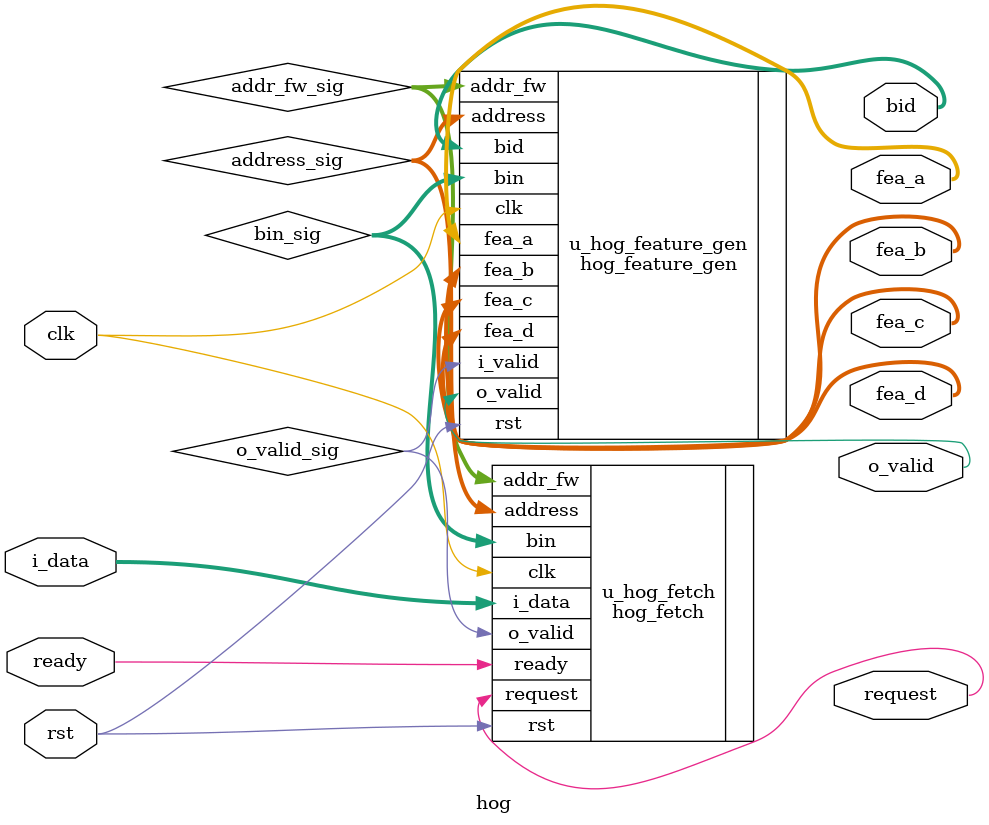
<source format=v>
module hog #(
    parameter PIX_W = 8, // pixel width
    parameter PIX_N = 96, // the number of pixels
    parameter MAG_I = 9, // integer part of magnitude
    parameter MAG_F = 16,// fraction part of magnitude
    parameter TAN_W = 19, // tan width
    parameter BIN_I =   16, // integer part of bin
    parameter BIN_F =   16, // fractional part of bin
    parameter ADDR_W =  10, // address width of cells
    parameter BIN_I =   16, // integer part of bin
    parameter BIN_F =   16, // fractional part of bin
    parameter BID_W =   13, // block id width
    parameter FEA_I =   4, // integer part of hog feature
    parameter FEA_F =   28 // fractional part of hog feature
) (
    input                                       clk,
    input                                       rst,
    input                                       ready,
    input   [PIX_W * PIX_N - 1 : 0]             i_data,
    output                                      request,
    output  [BID_W - 1 : 0]                     bid,
    output  [9 * (FEA_I + FEA_F) - 1 : 0]       fea_a,
    output  [9 * (FEA_I + FEA_F) - 1 : 0]       fea_b,
    output  [9 * (FEA_I + FEA_F) - 1 : 0]       fea_c,
    output  [9 * (FEA_I + FEA_F) - 1 : 0]       fea_d,
    output                                      o_valid
);
    wire                                  o_valid_sig;
    wire [ADDR_W - 1 : 0]                 addr_fw_sig;
    wire [ADDR_W - 1 : 0]                 address_sig;
    wire [9 * (BIN_I + BIN_F) - 1 : 0]    bin_sig;

    hog_fetch #(
        .ADDR_W     (ADDR_W),
        .PIX_W      (PIX_W),
        // pixel width
        .PIX_N      (PIX_N),
        .MAG_I      (MAG_I),
        // integer part of magnitude
        .MAG_F      (MAG_F),
        // fraction part of magnitude
        .TAN_W      (TAN_W),
        // tan width
        .BIN_I      (BIN_I),
        // integer part of bin
        // fractional part of bin
        .BIN_F      (BIN_F)
    ) u_hog_fetch (
        .clk        (clk),
        .rst        (rst),
        .ready      (ready),
        .i_data     (i_data),
        .request    (request),
        .o_valid    (o_valid_sig),
        .addr_fw    (addr_fw_sig),
        .address    (address_sig),
        .bin        (bin_sig)
    );

    hog_feature_gen #(
        .ADDR_W     (ADDR_W),
        // address width of cells
        .BIN_I      (BIN_I),
        // integer part of bin
        .BIN_F      (BIN_F),
        // fractional part of bin
        .BID_W      (BID_W),
        // block id width
        .FEA_I      (FEA_I),
        // integer part of hog feature
        // fractional part of hog feature

        .FEA_F      (FEA_F)
    ) u_hog_feature_gen (
        .clk        (clk),
        .rst        (rst),
        .addr_fw    (addr_fw_sig),
        .address    (address_sig),
        .bin        (bin_sig),
        .i_valid    (o_valid_sig),
        .bid        (bid),
        .fea_a      (fea_a),
        .fea_b      (fea_b),
        .fea_c      (fea_c),
        .fea_d      (fea_d),
        .o_valid    (o_valid)
    );
endmodule
</source>
